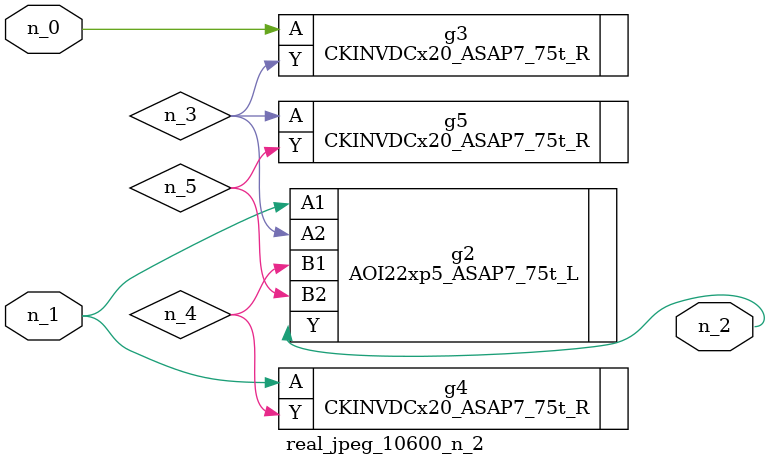
<source format=v>
module real_jpeg_10600_n_2 (n_1, n_0, n_2);

input n_1;
input n_0;

output n_2;

wire n_5;
wire n_4;
wire n_3;

CKINVDCx20_ASAP7_75t_R g3 ( 
.A(n_0),
.Y(n_3)
);

AOI22xp5_ASAP7_75t_L g2 ( 
.A1(n_1),
.A2(n_3),
.B1(n_4),
.B2(n_5),
.Y(n_2)
);

CKINVDCx20_ASAP7_75t_R g4 ( 
.A(n_1),
.Y(n_4)
);

CKINVDCx20_ASAP7_75t_R g5 ( 
.A(n_3),
.Y(n_5)
);


endmodule
</source>
